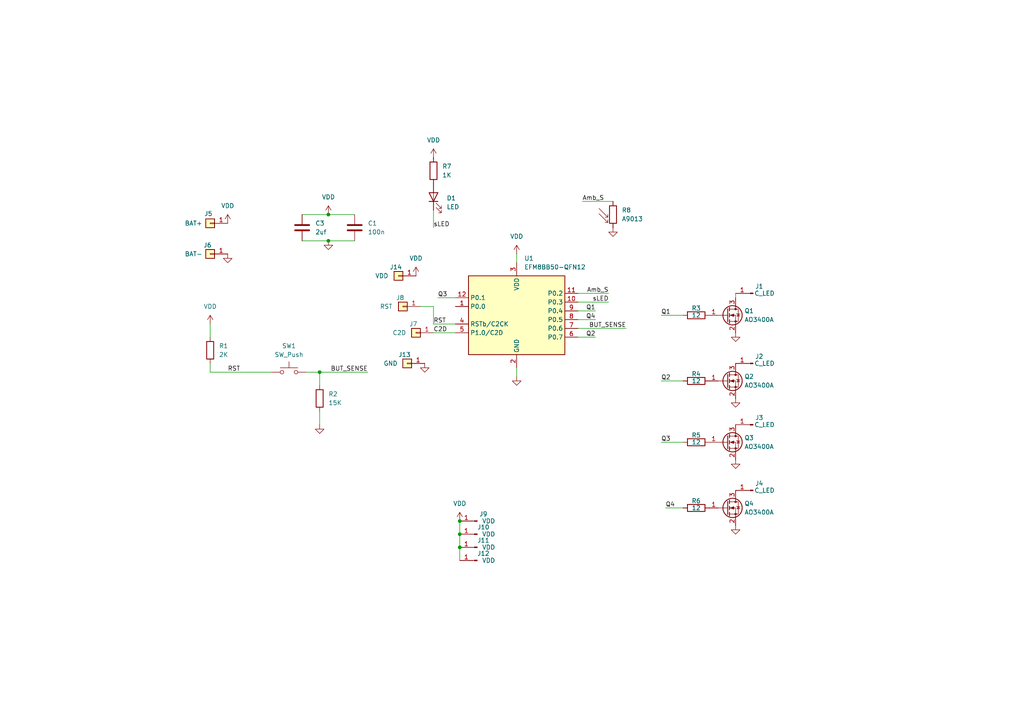
<source format=kicad_sch>
(kicad_sch (version 20231120) (generator "eeschema") (generator_version "8.0")
  (paper "A4")
  (lib_symbols
    (symbol "Connector:Conn_01x01_Pin" (pin_names (offset 1.016) hide)
      (property "Reference" "J" (at 0 2.54 0))
      (property "Value" "Conn_01x01_Pin" (at 0 -2.54 0))
      (symbol "Conn_01x01_Pin_1_1"
        (polyline (pts (xy 1.27 0) (xy 0.8636 0)) (stroke (width 0.1524)))
        (rectangle (start 0.8636 0.127) (end 0 -0.127) (stroke (width 0.1524)) (fill (type outline)))
        (pin passive line (at 5.08 0 180) (length 3.81) (name "Pin_1") (number "1"))
      )
    )
    (symbol "Connector_Generic:Conn_01x01" (pin_names (offset 1.016) hide)
      (property "Reference" "J" (at 0 2.54 0))
      (property "Value" "Conn_01x01" (at 0 -2.54 0))
      (symbol "Conn_01x01_1_1"
        (rectangle (start -1.27 0.127) (end 0 -0.127) (stroke (width 0.1524)))
        (rectangle (start -1.27 1.27) (end 1.27 -1.27) (stroke (width 0.254)) (fill (type background)))
        (pin passive line (at -5.08 0 0) (length 3.81) (name "Pin_1") (number "1"))
      )
    )
    (symbol "Device:C" (pin_numbers hide) (pin_names (offset 0.254))
      (property "Reference" "C" (at 0.635 2.54 0))
      (property "Value" "C" (at 0.635 -2.54 0))
      (symbol "C_0_1"
        (polyline (pts (xy -2.032 -0.762) (xy 2.032 -0.762)) (stroke (width 0.508)))
        (polyline (pts (xy -2.032 0.762) (xy 2.032 0.762)) (stroke (width 0.508)))
      )
      (symbol "C_1_1"
        (pin passive line (at 0 3.81 270) (length 2.794) (name "~") (number "1"))
        (pin passive line (at 0 -3.81 90) (length 2.794) (name "~") (number "2"))
      )
    )
    (symbol "Device:LED" (pin_numbers hide) (pin_names (offset 1.016) hide)
      (property "Reference" "D" (at 0 2.54 0))
      (property "Value" "LED" (at 0 -2.54 0))
      (symbol "LED_0_1"
        (polyline (pts (xy -1.27 -1.27) (xy -1.27 1.27)) (stroke (width 0.254)))
        (polyline (pts (xy -1.27 0) (xy 1.27 0)))
        (polyline (pts (xy 1.27 -1.27) (xy 1.27 1.27) (xy -1.27 0) (xy 1.27 -1.27)) (stroke (width 0.254)))
        (polyline (pts (xy -3.048 -0.762) (xy -4.572 -2.286) (xy -3.81 -2.286) (xy -4.572 -2.286) (xy -4.572 -1.524)))
        (polyline (pts (xy -1.778 -0.762) (xy -3.302 -2.286) (xy -2.54 -2.286) (xy -3.302 -2.286) (xy -3.302 -1.524)))
      )
      (symbol "LED_1_1"
        (pin passive line (at -3.81 0 0) (length 2.54) (name "K") (number "1"))
        (pin passive line (at 3.81 0 180) (length 2.54) (name "A") (number "2"))
      )
    )
    (symbol "Device:R" (pin_numbers hide) (pin_names (offset 0))
      (property "Reference" "R" (at 2.032 0 90))
      (property "Value" "R" (at 0 0 90))
      (symbol "R_0_1"
        (rectangle (start -1.016 -2.54) (end 1.016 2.54) (stroke (width 0.254)))
      )
      (symbol "R_1_1"
        (pin passive line (at 0 3.81 270) (length 1.27) (name "~") (number "1"))
        (pin passive line (at 0 -3.81 90) (length 1.27) (name "~") (number "2"))
      )
    )
    (symbol "KiCadCustomLibraries:EFM8BB50-QFN12"
      (property "Reference" "U" (at -13.97 15.24 0))
      (property "Value" "EFM8BB50-QFN12" (at 1.27 15.24 0))
      (symbol "EFM8BB50-QFN12_0_1"
        (rectangle (start -13.97 13.97) (end 13.97 -8.89) (stroke (width 0.254)) (fill (type background)))
      )
      (symbol "EFM8BB50-QFN12_1_1"
        (pin bidirectional line (at -17.78 5.08 0) (length 3.81) (name "P0.0") (number "1"))
        (pin bidirectional line (at 17.78 6.35 180) (length 3.81) (name "P0.3") (number "10"))
        (pin bidirectional line (at 17.78 8.89 180) (length 3.81) (name "P0.2") (number "11"))
        (pin bidirectional line (at -17.78 7.62 0) (length 3.81) (name "P0.1") (number "12"))
        (pin power_in line (at 0 -12.7 90) (length 3.81) hide (name "GND") (number "13"))
        (pin power_in line (at 0 -12.7 90) (length 3.81) (name "GND") (number "2"))
        (pin power_in line (at 0 17.78 270) (length 3.81) (name "VDD") (number "3"))
        (pin input line (at -17.78 0 0) (length 3.81) (name "RSTb/C2CK") (number "4"))
        (pin bidirectional line (at -17.78 -2.54 0) (length 3.81) (name "P1.0/C2D") (number "5"))
        (pin bidirectional line (at 17.78 -3.81 180) (length 3.81) (name "P0.7") (number "6"))
        (pin bidirectional line (at 17.78 -1.27 180) (length 3.81) (name "P0.6") (number "7"))
        (pin bidirectional line (at 17.78 1.27 180) (length 3.81) (name "P0.5") (number "8"))
        (pin bidirectional line (at 17.78 3.81 180) (length 3.81) (name "P0.4") (number "9"))
      )
    )
    (symbol "Sensor_Optical:A9013" (pin_numbers hide) (pin_names (offset 0))
      (property "Reference" "R" (at -5.08 0 90))
      (property "Value" "A9013" (at 1.905 0 90))
      (symbol "A9013_0_1"
        (rectangle (start -1.016 2.54) (end 1.016 -2.54) (stroke (width 0.254)))
        (polyline (pts (xy -1.524 -2.286) (xy -4.064 0.254)))
        (polyline (pts (xy -1.524 -2.286) (xy -2.286 -2.286)))
        (polyline (pts (xy -1.524 -2.286) (xy -1.524 -1.524)))
        (polyline (pts (xy -1.524 -0.762) (xy -4.064 1.778)))
        (polyline (pts (xy -1.524 -0.762) (xy -2.286 -0.762)))
        (polyline (pts (xy -1.524 -0.762) (xy -1.524 0)))
      )
      (symbol "A9013_1_1"
        (pin passive line (at 0 3.81 270) (length 1.27) (name "~") (number "1"))
        (pin passive line (at 0 -3.81 90) (length 1.27) (name "~") (number "2"))
      )
    )
    (symbol "Switch:SW_Push" (pin_numbers hide) (pin_names (offset 1.016) hide)
      (property "Reference" "SW" (at 1.27 2.54 0))
      (property "Value" "SW_Push" (at 0 -1.524 0))
      (symbol "SW_Push_0_1"
        (circle (center -2.032 0) (radius 0.508))
        (polyline (pts (xy 0 1.27) (xy 0 3.048)))
        (polyline (pts (xy 2.54 1.27) (xy -2.54 1.27)))
        (circle (center 2.032 0) (radius 0.508))
        (pin passive line (at -5.08 0 0) (length 2.54) (name "1") (number "1"))
        (pin passive line (at 5.08 0 180) (length 2.54) (name "2") (number "2"))
      )
    )
    (symbol "Transistor_FET:AO3400A" (pin_names hide)
      (property "Reference" "Q" (at 5.08 1.905 0))
      (property "Value" "AO3400A" (at 5.08 0 0))
      (symbol "AO3400A_0_1"
        (polyline (pts (xy 0.254 0) (xy -2.54 0)))
        (polyline (pts (xy 0.254 1.905) (xy 0.254 -1.905)) (stroke (width 0.254)))
        (polyline (pts (xy 0.762 -1.27) (xy 0.762 -2.286)) (stroke (width 0.254)))
        (polyline (pts (xy 0.762 0.508) (xy 0.762 -0.508)) (stroke (width 0.254)))
        (polyline (pts (xy 0.762 2.286) (xy 0.762 1.27)) (stroke (width 0.254)))
        (polyline (pts (xy 2.54 2.54) (xy 2.54 1.778)))
        (polyline (pts (xy 2.54 -2.54) (xy 2.54 0) (xy 0.762 0)))
        (polyline (pts (xy 0.762 -1.778) (xy 3.302 -1.778) (xy 3.302 1.778) (xy 0.762 1.778)))
        (polyline (pts (xy 1.016 0) (xy 2.032 0.381) (xy 2.032 -0.381) (xy 1.016 0)) (fill (type outline)))
        (polyline (pts (xy 2.794 0.508) (xy 2.921 0.381) (xy 3.683 0.381) (xy 3.81 0.254)))
        (polyline (pts (xy 3.302 0.381) (xy 2.921 -0.254) (xy 3.683 -0.254) (xy 3.302 0.381)))
        (circle (center 1.651 0) (radius 2.794) (stroke (width 0.254)))
        (circle (center 2.54 -1.778) (radius 0.254) (fill (type outline)))
        (circle (center 2.54 1.778) (radius 0.254) (fill (type outline)))
      )
      (symbol "AO3400A_1_1"
        (pin input line (at -5.08 0 0) (length 2.54) (name "G") (number "1"))
        (pin passive line (at 2.54 -5.08 90) (length 2.54) (name "S") (number "2"))
        (pin passive line (at 2.54 5.08 270) (length 2.54) (name "D") (number "3"))
      )
    )
    (symbol "power:GND" (power) (pin_numbers hide) (pin_names (offset 0) hide)
      (property "Value" "GND" (at 0 -3.81 0))
      (symbol "GND_0_1"
        (polyline (pts (xy 0 0) (xy 0 -1.27) (xy 1.27 -1.27) (xy 0 -2.54) (xy -1.27 -1.27) (xy 0 -1.27)))
      )
      (symbol "GND_1_1"
        (pin power_in line (at 0 0 270) (length 0) (name "~") (number "1"))
      )
    )
    (symbol "power:VDD" (power) (pin_numbers hide) (pin_names (offset 0) hide)
      (property "Value" "VDD" (at 0 3.556 0))
      (symbol "VDD_0_1"
        (polyline (pts (xy -0.762 1.27) (xy 0 2.54)))
        (polyline (pts (xy 0 0) (xy 0 2.54)))
        (polyline (pts (xy 0 2.54) (xy 0.762 1.27)))
      )
      (symbol "VDD_1_1"
        (pin power_in line (at 0 0 90) (length 0) (name "~") (number "1"))
      )
    )
  )
  (junction (at 95.25 69.85))
  (junction (at 92.71 107.95))
  (junction (at 133.35 158.75))
  (junction (at 133.35 154.94))
  (junction (at 95.25 62.23))
  (junction (at 133.35 151.13))
  (wire (pts (xy 125.73 88.9) (xy 125.73 93.98)))
  (wire (pts (xy 168.91 58.42) (xy 177.8 58.42)))
  (wire (pts (xy 125.73 93.98) (xy 132.08 93.98)))
  (wire (pts (xy 125.73 60.96) (xy 125.73 66.04)))
  (wire (pts (xy 125.73 96.52) (xy 132.08 96.52)))
  (wire (pts (xy 193.04 147.32) (xy 198.12 147.32)))
  (wire (pts (xy 149.86 73.66) (xy 149.86 76.2)))
  (wire (pts (xy 95.25 62.23) (xy 102.87 62.23)))
  (wire (pts (xy 149.86 106.68) (xy 149.86 109.22)))
  (wire (pts (xy 121.92 88.9) (xy 125.73 88.9)))
  (wire (pts (xy 60.96 107.95) (xy 78.74 107.95)))
  (wire (pts (xy 127 86.36) (xy 132.08 86.36)))
  (wire (pts (xy 87.63 62.23) (xy 95.25 62.23)))
  (wire (pts (xy 133.35 151.13) (xy 133.35 154.94)))
  (wire (pts (xy 92.71 107.95) (xy 106.68 107.95)))
  (wire (pts (xy 95.25 69.85) (xy 102.87 69.85)))
  (wire (pts (xy 191.77 128.27) (xy 198.12 128.27)))
  (wire (pts (xy 133.35 158.75) (xy 133.35 162.56)))
  (wire (pts (xy 213.36 85.09) (xy 213.36 86.36)))
  (wire (pts (xy 167.64 87.63) (xy 176.53 87.63)))
  (wire (pts (xy 92.71 119.38) (xy 92.71 123.19)))
  (wire (pts (xy 133.35 154.94) (xy 133.35 158.75)))
  (wire (pts (xy 167.64 97.79) (xy 172.72 97.79)))
  (wire (pts (xy 88.9 107.95) (xy 92.71 107.95)))
  (wire (pts (xy 191.77 110.49) (xy 198.12 110.49)))
  (wire (pts (xy 167.64 92.71) (xy 172.72 92.71)))
  (wire (pts (xy 92.71 107.95) (xy 92.71 111.76)))
  (wire (pts (xy 198.12 91.44) (xy 191.77 91.44)))
  (wire (pts (xy 167.64 95.25) (xy 181.61 95.25)))
  (wire (pts (xy 167.64 90.17) (xy 172.72 90.17)))
  (wire (pts (xy 60.96 93.98) (xy 60.96 97.79)))
  (wire (pts (xy 167.64 85.09) (xy 176.53 85.09)))
  (wire (pts (xy 60.96 105.41) (xy 60.96 107.95)))
  (wire (pts (xy 87.63 69.85) (xy 95.25 69.85)))
  (label "sLED" (at 125.73 66.04 0))
  (label "RST" (at 125.73 93.98 0))
  (label "RST" (at 66.04 107.95 0))
  (label "Q4" (at 193.04 147.32 0))
  (label "BUT_SENSE" (at 106.68 107.95 180))
  (label "sLED" (at 176.53 87.63 180))
  (label "Q1" (at 172.72 90.17 180))
  (label "BUT_SENSE" (at 181.61 95.25 180))
  (label "Q3" (at 127 86.36 0))
  (label "Q4" (at 172.72 92.71 180))
  (label "Q1" (at 191.77 91.44 0))
  (label "Q2" (at 191.77 110.49 0))
  (label "C2D" (at 125.73 96.52 0))
  (label "Amb_S" (at 168.91 58.42 0))
  (label "Q3" (at 191.77 128.27 0))
  (label "Q2" (at 172.72 97.79 180))
  (label "Amb_S" (at 176.53 85.09 180))
  (symbol (lib_id "power:GND") (at 149.86 109.22 0) (unit 1)
    (property "Reference" "#PWR02" (effects (hide yes)))
    (property "Value" "GND" (effects (hide yes)))
    (property "Description" "Power symbol creates a global label with name \"GND\" , ground" (effects (hide yes)))
  )
  (symbol (lib_id "Device:R") (at 201.93 128.27 90) (unit 1)
    (property "Reference" "R5" (at 201.93 126.238 90))
    (property "Value" "12" (at 201.93 128.27 90))
    (property "Footprint" "Resistor_SMD:R_0603_1608Metric" (effects (hide yes)))
    (property "Description" "Resistor" (effects (hide yes)))
  )
  (symbol (lib_id "Transistor_FET:AO3400A") (at 210.82 147.32 0) (unit 1)
    (property "Reference" "Q4" (at 215.9 146.05 0) (effects (justify left)))
    (property "Value" "AO3400A" (at 215.9 148.59 0) (effects (justify left)))
    (property "Footprint" "Package_TO_SOT_SMD:SOT-23" (effects (hide yes)))
    (property "Datasheet" "http://www.aosmd.com/pdfs/datasheet/AO3400A.pdf" (effects (hide yes)))
    (property "Description" "30V Vds, 5.7A Id, N-Channel MOSFET, SOT-23" (effects (hide yes)))
  )
  (symbol (lib_id "Connector_Generic:Conn_01x01") (at 115.57 80.01 180) (unit 1)
    (property "Reference" "J14" (at 114.808 77.47 0))
    (property "Value" "VDD" (at 110.744 80.01 0))
    (property "Footprint" "KiCadCustomLibs:PAD_1.2X0.6_Round" (effects (hide yes)))
    (property "Description" "Generic connector, single row, 01x01, script generated (kicad-library-utils/schlib/autogen/connector/)" (effects (hide yes)))
  )
  (symbol (lib_id "power:VDD") (at 133.35 151.13 0) (unit 1)
    (property "Reference" "#PWR014" (effects (hide yes)))
    (property "Value" "VDD" (at 133.35 146.05 0))
    (property "Description" "Power symbol creates a global label with name \"VDD\"" (effects (hide yes)))
  )
  (symbol (lib_id "Switch:SW_Push") (at 83.82 107.95 0) (unit 1)
    (property "Reference" "SW1" (at 83.82 100.33 0))
    (property "Value" "SW_Push" (at 83.82 102.87 0))
    (property "Footprint" "KiCadCustomLibs:Button_TS-018" (effects (hide yes)))
    (property "Description" "Push button switch, generic, two pins" (effects (hide yes)))
  )
  (symbol (lib_id "Device:C") (at 87.63 66.04 0) (unit 1)
    (property "Reference" "C3" (at 91.44 64.7699 0) (effects (justify left)))
    (property "Value" "2uf" (at 91.44 67.3099 0) (effects (justify left)))
    (property "Footprint" "Capacitor_SMD:C_0805_2012Metric" (effects (hide yes)))
    (property "Description" "Unpolarized capacitor" (effects (hide yes)))
  )
  (symbol (lib_id "Connector_Generic:Conn_01x01") (at 120.65 96.52 180) (unit 1)
    (property "Reference" "J7" (at 119.888 93.98 0))
    (property "Value" "C2D" (at 115.824 96.52 0))
    (property "Footprint" "KiCadCustomLibs:PAD_1.2X0.6_Round" (effects (hide yes)))
    (property "Description" "Generic connector, single row, 01x01, script generated (kicad-library-utils/schlib/autogen/connector/)" (effects (hide yes)))
  )
  (symbol (lib_id "Device:R") (at 125.73 49.53 0) (unit 1)
    (property "Reference" "R7" (at 128.27 48.2599 0) (effects (justify left)))
    (property "Value" "1K" (at 128.27 50.7999 0) (effects (justify left)))
    (property "Footprint" "Resistor_SMD:R_0603_1608Metric" (effects (hide yes)))
    (property "Description" "Resistor" (effects (hide yes)))
  )
  (symbol (lib_id "Device:R") (at 201.93 110.49 90) (unit 1)
    (property "Reference" "R4" (at 201.93 108.458 90))
    (property "Value" "12" (at 201.93 110.49 90))
    (property "Footprint" "Resistor_SMD:R_0603_1608Metric" (effects (hide yes)))
    (property "Description" "Resistor" (effects (hide yes)))
  )
  (symbol (lib_id "power:VDD") (at 66.04 64.77 0) (unit 1)
    (property "Reference" "#PWR07" (effects (hide yes)))
    (property "Value" "VDD" (at 66.04 59.69 0))
    (property "Description" "Power symbol creates a global label with name \"VDD\"" (effects (hide yes)))
  )
  (symbol (lib_id "KiCadCustomLibraries:EFM8BB50-QFN12") (at 149.86 93.98 0) (unit 1)
    (property "Reference" "U1" (at 152.0541 74.93 0) (effects (justify left)))
    (property "Value" "EFM8BB50-QFN12" (at 152.0541 77.47 0) (effects (justify left)))
    (property "Footprint" "KiCadCustomLibs:QFN12-2x2" (effects (hide yes)))
  )
  (symbol (lib_id "Transistor_FET:AO3400A") (at 210.82 91.44 0) (unit 1)
    (property "Reference" "Q1" (at 215.9 90.17 0) (effects (justify left)))
    (property "Value" "AO3400A" (at 215.9 92.71 0) (effects (justify left)))
    (property "Footprint" "Package_TO_SOT_SMD:SOT-23" (effects (hide yes)))
    (property "Datasheet" "http://www.aosmd.com/pdfs/datasheet/AO3400A.pdf" (effects (hide yes)))
    (property "Description" "30V Vds, 5.7A Id, N-Channel MOSFET, SOT-23" (effects (hide yes)))
  )
  (symbol (lib_id "Transistor_FET:AO3400A") (at 210.82 128.27 0) (unit 1)
    (property "Reference" "Q3" (at 215.9 127 0) (effects (justify left)))
    (property "Value" "AO3400A" (at 215.9 129.54 0) (effects (justify left)))
    (property "Footprint" "Package_TO_SOT_SMD:SOT-23" (effects (hide yes)))
    (property "Datasheet" "http://www.aosmd.com/pdfs/datasheet/AO3400A.pdf" (effects (hide yes)))
    (property "Description" "30V Vds, 5.7A Id, N-Channel MOSFET, SOT-23" (effects (hide yes)))
  )
  (symbol (lib_id "power:GND") (at 213.36 115.57 0) (unit 1)
    (property "Reference" "#PWR010" (effects (hide yes)))
    (property "Value" "GND" (effects (hide yes)))
    (property "Description" "Power symbol creates a global label with name \"GND\" , ground" (effects (hide yes)))
  )
  (symbol (lib_id "power:VDD") (at 95.25 62.23 0) (unit 1)
    (property "Reference" "#PWR09" (effects (hide yes)))
    (property "Value" "VDD" (at 95.25 57.15 0))
    (property "Description" "Power symbol creates a global label with name \"VDD\"" (effects (hide yes)))
  )
  (symbol (lib_id "Connector:Conn_01x01_Pin") (at 218.44 105.41 180) (unit 1)
    (property "Reference" "J2" (at 220.218 103.378 0))
    (property "Value" "C_LED" (at 221.742 105.41 0))
    (property "Footprint" "KiCadCustomLibs:Pin3.5mm" (effects (hide yes)))
    (property "Description" "Generic connector, single row, 01x01, script generated" (effects (hide yes)))
  )
  (symbol (lib_id "power:GND") (at 213.36 133.35 0) (unit 1)
    (property "Reference" "#PWR011" (effects (hide yes)))
    (property "Value" "GND" (effects (hide yes)))
    (property "Description" "Power symbol creates a global label with name \"GND\" , ground" (effects (hide yes)))
  )
  (symbol (lib_id "Transistor_FET:AO3400A") (at 210.82 110.49 0) (unit 1)
    (property "Reference" "Q2" (at 215.9 109.22 0) (effects (justify left)))
    (property "Value" "AO3400A" (at 215.9 111.76 0) (effects (justify left)))
    (property "Footprint" "Package_TO_SOT_SMD:SOT-23" (effects (hide yes)))
    (property "Datasheet" "http://www.aosmd.com/pdfs/datasheet/AO3400A.pdf" (effects (hide yes)))
    (property "Description" "30V Vds, 5.7A Id, N-Channel MOSFET, SOT-23" (effects (hide yes)))
  )
  (symbol (lib_id "Connector_Generic:Conn_01x01") (at 60.96 64.77 180) (unit 1)
    (property "Reference" "J5" (at 60.452 61.976 0))
    (property "Value" "BAT+" (at 56.134 64.77 0))
    (property "Footprint" "KiCadCustomLibs:PAD_3x5" (effects (hide yes)))
    (property "Description" "Generic connector, single row, 01x01, script generated (kicad-library-utils/schlib/autogen/connector/)" (effects (hide yes)))
  )
  (symbol (lib_id "Connector_Generic:Conn_01x01") (at 116.84 88.9 180) (unit 1)
    (property "Reference" "J8" (at 116.078 86.36 0))
    (property "Value" "RST" (at 112.014 88.9 0))
    (property "Footprint" "KiCadCustomLibs:PAD_1.2X0.6_Round" (effects (hide yes)))
    (property "Description" "Generic connector, single row, 01x01, script generated (kicad-library-utils/schlib/autogen/connector/)" (effects (hide yes)))
  )
  (symbol (lib_id "power:VDD") (at 149.86 73.66 0) (unit 1)
    (property "Reference" "#PWR03" (effects (hide yes)))
    (property "Value" "VDD" (at 149.86 68.58 0))
    (property "Description" "Power symbol creates a global label with name \"VDD\"" (effects (hide yes)))
  )
  (symbol (lib_id "Sensor_Optical:A9013") (at 177.8 62.23 0) (unit 1)
    (property "Reference" "R8" (at 180.34 60.9599 0) (effects (justify left)))
    (property "Value" "A9013" (at 180.34 63.4999 0) (effects (justify left)))
    (property "Footprint" "OptoDevice:R_LDR_5.0x4.1mm_P3mm_Vertical" (effects (hide yes)))
    (property "Datasheet" "http://www.produktinfo.conrad.com/datenblaetter/125000-149999/145475-da-01-en-FOTOWIDERSTAND_A_9060_A_9013.pdf" (effects (hide yes)))
    (property "Description" "light dependent resistor" (effects (hide yes)))
  )
  (symbol (lib_id "Connector:Conn_01x01_Pin") (at 138.43 154.94 180) (unit 1)
    (property "Reference" "J10" (at 140.208 152.908 0))
    (property "Value" "VDD" (at 141.732 154.94 0))
    (property "Footprint" "KiCadCustomLibs:Pad_3.5x7mm" (effects (hide yes)))
    (property "Description" "Generic connector, single row, 01x01, script generated" (effects (hide yes)))
  )
  (symbol (lib_id "power:GND") (at 177.8 66.04 0) (unit 1)
    (property "Reference" "#PWR017" (effects (hide yes)))
    (property "Value" "GND" (effects (hide yes)))
    (property "Description" "Power symbol creates a global label with name \"GND\" , ground" (effects (hide yes)))
  )
  (symbol (lib_id "Device:R") (at 92.71 115.57 0) (unit 1)
    (property "Reference" "R2" (at 95.25 114.2999 0) (effects (justify left)))
    (property "Value" "15K" (at 95.25 116.8399 0) (effects (justify left)))
    (property "Footprint" "Resistor_SMD:R_0603_1608Metric" (effects (hide yes)))
    (property "Description" "Resistor" (effects (hide yes)))
  )
  (symbol (lib_id "Device:LED") (at 125.73 57.15 90) (unit 1)
    (property "Reference" "D1" (at 129.54 57.4674 90) (effects (justify right)))
    (property "Value" "LED" (at 129.54 60.0074 90) (effects (justify right)))
    (property "Footprint" "LED_SMD:LED_0603_1608Metric_Pad1.05x0.95mm_HandSolder" (effects (hide yes)))
    (property "Description" "Light emitting diode" (effects (hide yes)))
  )
  (symbol (lib_id "power:GND") (at 123.19 105.41 0) (unit 1)
    (property "Reference" "#PWR015" (effects (hide yes)))
    (property "Value" "GND" (effects (hide yes)))
    (property "Description" "Power symbol creates a global label with name \"GND\" , ground" (effects (hide yes)))
  )
  (symbol (lib_id "Connector:Conn_01x01_Pin") (at 138.43 158.75 180) (unit 1)
    (property "Reference" "J11" (at 140.208 156.718 0))
    (property "Value" "VDD" (at 141.732 158.75 0))
    (property "Footprint" "KiCadCustomLibs:Pad_3.5x7mm" (effects (hide yes)))
    (property "Description" "Generic connector, single row, 01x01, script generated" (effects (hide yes)))
  )
  (symbol (lib_id "Connector:Conn_01x01_Pin") (at 218.44 85.09 180) (unit 1)
    (property "Reference" "J1" (at 220.218 83.058 0))
    (property "Value" "C_LED" (at 221.742 85.09 0))
    (property "Footprint" "KiCadCustomLibs:Pin3.5mm" (effects (hide yes)))
    (property "Description" "Generic connector, single row, 01x01, script generated" (effects (hide yes)))
  )
  (symbol (lib_id "Connector:Conn_01x01_Pin") (at 138.43 162.56 180) (unit 1)
    (property "Reference" "J12" (at 140.208 160.528 0))
    (property "Value" "VDD" (at 141.732 162.56 0))
    (property "Footprint" "KiCadCustomLibs:Pad_3.5x7mm" (effects (hide yes)))
    (property "Description" "Generic connector, single row, 01x01, script generated" (effects (hide yes)))
  )
  (symbol (lib_id "power:GND") (at 66.04 73.66 0) (unit 1)
    (property "Reference" "#PWR04" (effects (hide yes)))
    (property "Value" "GND" (effects (hide yes)))
    (property "Description" "Power symbol creates a global label with name \"GND\" , ground" (effects (hide yes)))
  )
  (symbol (lib_id "power:GND") (at 213.36 152.4 0) (unit 1)
    (property "Reference" "#PWR012" (effects (hide yes)))
    (property "Value" "GND" (effects (hide yes)))
    (property "Description" "Power symbol creates a global label with name \"GND\" , ground" (effects (hide yes)))
  )
  (symbol (lib_id "power:VDD") (at 125.73 45.72 0) (unit 1)
    (property "Reference" "#PWR013" (effects (hide yes)))
    (property "Value" "VDD" (at 125.73 40.64 0))
    (property "Description" "Power symbol creates a global label with name \"VDD\"" (effects (hide yes)))
  )
  (symbol (lib_id "power:GND") (at 92.71 123.19 0) (unit 1)
    (property "Reference" "#PWR06" (effects (hide yes)))
    (property "Value" "GND" (effects (hide yes)))
    (property "Description" "Power symbol creates a global label with name \"GND\" , ground" (effects (hide yes)))
  )
  (symbol (lib_id "Device:R") (at 201.93 147.32 90) (unit 1)
    (property "Reference" "R6" (at 201.93 145.288 90))
    (property "Value" "12" (at 201.93 147.32 90))
    (property "Footprint" "Resistor_SMD:R_0603_1608Metric" (effects (hide yes)))
    (property "Description" "Resistor" (effects (hide yes)))
  )
  (symbol (lib_id "Device:R") (at 60.96 101.6 0) (unit 1)
    (property "Reference" "R1" (at 63.5 100.3299 0) (effects (justify left)))
    (property "Value" "2K" (at 63.5 102.8699 0) (effects (justify left)))
    (property "Footprint" "Resistor_SMD:R_0603_1608Metric" (effects (hide yes)))
    (property "Description" "Resistor" (effects (hide yes)))
  )
  (symbol (lib_id "power:GND") (at 95.25 69.85 0) (unit 1)
    (property "Reference" "#PWR08" (effects (hide yes)))
    (property "Value" "GND" (effects (hide yes)))
    (property "Description" "Power symbol creates a global label with name \"GND\" , ground" (effects (hide yes)))
  )
  (symbol (lib_id "power:VDD") (at 120.65 80.01 0) (unit 1)
    (property "Reference" "#PWR016" (effects (hide yes)))
    (property "Value" "VDD" (at 120.65 74.93 0))
    (property "Description" "Power symbol creates a global label with name \"VDD\"" (effects (hide yes)))
  )
  (symbol (lib_id "Connector_Generic:Conn_01x01") (at 118.11 105.41 180) (unit 1)
    (property "Reference" "J13" (at 117.348 102.87 0))
    (property "Value" "GND" (at 113.284 105.41 0))
    (property "Footprint" "KiCadCustomLibs:PAD_1.2X0.6_Round" (effects (hide yes)))
    (property "Description" "Generic connector, single row, 01x01, script generated (kicad-library-utils/schlib/autogen/connector/)" (effects (hide yes)))
  )
  (symbol (lib_id "Connector:Conn_01x01_Pin") (at 138.43 151.13 180) (unit 1)
    (property "Reference" "J9" (at 140.208 149.098 0))
    (property "Value" "VDD" (at 141.732 151.13 0))
    (property "Footprint" "KiCadCustomLibs:Pad_3.5x7mm" (effects (hide yes)))
    (property "Description" "Generic connector, single row, 01x01, script generated" (effects (hide yes)))
  )
  (symbol (lib_id "Device:C") (at 102.87 66.04 0) (unit 1)
    (property "Reference" "C1" (at 106.68 64.7699 0) (effects (justify left)))
    (property "Value" "100n" (at 106.68 67.3099 0) (effects (justify left)))
    (property "Footprint" "KiCadCustomLibs:C_0603" (effects (hide yes)))
    (property "Description" "Unpolarized capacitor" (effects (hide yes)))
  )
  (symbol (lib_id "Connector:Conn_01x01_Pin") (at 218.44 142.24 180) (unit 1)
    (property "Reference" "J4" (at 220.218 140.208 0))
    (property "Value" "C_LED" (at 221.742 142.24 0))
    (property "Footprint" "KiCadCustomLibs:Pin3.5mm" (effects (hide yes)))
    (property "Description" "Generic connector, single row, 01x01, script generated" (effects (hide yes)))
  )
  (symbol (lib_id "Device:R") (at 201.93 91.44 90) (unit 1)
    (property "Reference" "R3" (at 201.93 89.408 90))
    (property "Value" "12" (at 201.93 91.44 90))
    (property "Footprint" "Resistor_SMD:R_0603_1608Metric" (effects (hide yes)))
    (property "Description" "Resistor" (effects (hide yes)))
  )
  (symbol (lib_id "Connector:Conn_01x01_Pin") (at 218.44 123.19 180) (unit 1)
    (property "Reference" "J3" (at 220.218 121.158 0))
    (property "Value" "C_LED" (at 221.742 123.19 0))
    (property "Footprint" "KiCadCustomLibs:Pin3.5mm" (effects (hide yes)))
    (property "Description" "Generic connector, single row, 01x01, script generated" (effects (hide yes)))
  )
  (symbol (lib_id "Connector_Generic:Conn_01x01") (at 60.96 73.66 180) (unit 1)
    (property "Reference" "J6" (at 60.198 71.12 0))
    (property "Value" "BAT-" (at 56.134 73.66 0))
    (property "Footprint" "KiCadCustomLibs:Pin2.5mm" (effects (hide yes)))
    (property "Description" "Generic connector, single row, 01x01, script generated (kicad-library-utils/schlib/autogen/connector/)" (effects (hide yes)))
  )
  (symbol (lib_id "power:GND") (at 213.36 96.52 0) (unit 1)
    (property "Reference" "#PWR01" (effects (hide yes)))
    (property "Value" "GND" (effects (hide yes)))
    (property "Description" "Power symbol creates a global label with name \"GND\" , ground" (effects (hide yes)))
  )
  (symbol (lib_id "power:VDD") (at 60.96 93.98 0) (unit 1)
    (property "Reference" "#PWR05" (effects (hide yes)))
    (property "Value" "VDD" (at 60.96 88.9 0))
    (property "Description" "Power symbol creates a global label with name \"VDD\"" (effects (hide yes)))
  )
)
</source>
